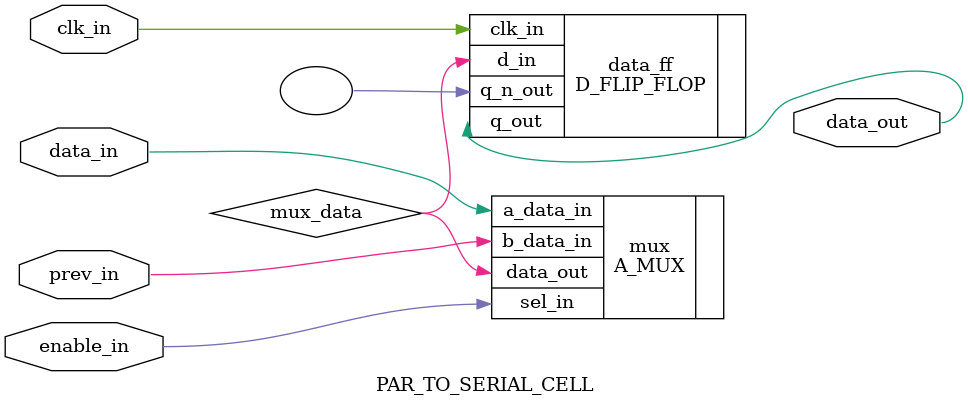
<source format=v>
module PAR_TO_SERIAL_CELL (
    data_in,
    prev_in,
    enable_in,
    clk_in,
    data_out
);

// Input and output definition
input data_in, prev_in, enable_in, clk_in;
output data_out;

// Wire definition
wire mux_data;

// Submodule instantiation
A_MUX mux (
    .a_data_in(data_in),
    .b_data_in(prev_in),
    .sel_in(enable_in),
    .data_out(mux_data)
);

D_FLIP_FLOP data_ff (
    .d_in(mux_data),
    .clk_in(clk_in),
    .q_out(data_out),
    .q_n_out()
);

endmodule

</source>
